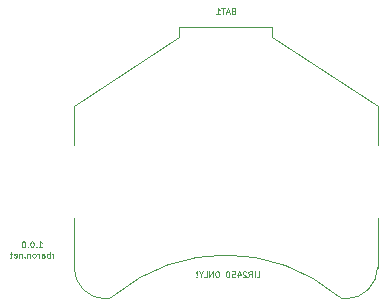
<source format=gbr>
G04 #@! TF.GenerationSoftware,KiCad,Pcbnew,(5.1.2-1)-1*
G04 #@! TF.CreationDate,2021-02-06T10:00:37+01:00*
G04 #@! TF.ProjectId,lir2450-charger,6c697232-3435-4302-9d63-686172676572,1.0.0*
G04 #@! TF.SameCoordinates,Original*
G04 #@! TF.FileFunction,Legend,Bot*
G04 #@! TF.FilePolarity,Positive*
%FSLAX46Y46*%
G04 Gerber Fmt 4.6, Leading zero omitted, Abs format (unit mm)*
G04 Created by KiCad (PCBNEW (5.1.2-1)-1) date 2021-02-06 10:00:37*
%MOMM*%
%LPD*%
G04 APERTURE LIST*
%ADD10C,0.125000*%
%ADD11C,0.120000*%
%ADD12C,0.150000*%
G04 APERTURE END LIST*
D10*
X57171428Y-50488690D02*
X57457142Y-50488690D01*
X57314285Y-50488690D02*
X57314285Y-49988690D01*
X57361904Y-50060119D01*
X57409523Y-50107738D01*
X57457142Y-50131547D01*
X56957142Y-50441071D02*
X56933333Y-50464880D01*
X56957142Y-50488690D01*
X56980952Y-50464880D01*
X56957142Y-50441071D01*
X56957142Y-50488690D01*
X56623809Y-49988690D02*
X56576190Y-49988690D01*
X56528571Y-50012500D01*
X56504761Y-50036309D01*
X56480952Y-50083928D01*
X56457142Y-50179166D01*
X56457142Y-50298214D01*
X56480952Y-50393452D01*
X56504761Y-50441071D01*
X56528571Y-50464880D01*
X56576190Y-50488690D01*
X56623809Y-50488690D01*
X56671428Y-50464880D01*
X56695238Y-50441071D01*
X56719047Y-50393452D01*
X56742857Y-50298214D01*
X56742857Y-50179166D01*
X56719047Y-50083928D01*
X56695238Y-50036309D01*
X56671428Y-50012500D01*
X56623809Y-49988690D01*
X56242857Y-50441071D02*
X56219047Y-50464880D01*
X56242857Y-50488690D01*
X56266666Y-50464880D01*
X56242857Y-50441071D01*
X56242857Y-50488690D01*
X55909523Y-49988690D02*
X55861904Y-49988690D01*
X55814285Y-50012500D01*
X55790476Y-50036309D01*
X55766666Y-50083928D01*
X55742857Y-50179166D01*
X55742857Y-50298214D01*
X55766666Y-50393452D01*
X55790476Y-50441071D01*
X55814285Y-50464880D01*
X55861904Y-50488690D01*
X55909523Y-50488690D01*
X55957142Y-50464880D01*
X55980952Y-50441071D01*
X56004761Y-50393452D01*
X56028571Y-50298214D01*
X56028571Y-50179166D01*
X56004761Y-50083928D01*
X55980952Y-50036309D01*
X55957142Y-50012500D01*
X55909523Y-49988690D01*
X58397619Y-51363690D02*
X58397619Y-51030357D01*
X58397619Y-51125595D02*
X58373809Y-51077976D01*
X58350000Y-51054166D01*
X58302380Y-51030357D01*
X58254761Y-51030357D01*
X58088095Y-51363690D02*
X58088095Y-50863690D01*
X58088095Y-51054166D02*
X58040476Y-51030357D01*
X57945238Y-51030357D01*
X57897619Y-51054166D01*
X57873809Y-51077976D01*
X57850000Y-51125595D01*
X57850000Y-51268452D01*
X57873809Y-51316071D01*
X57897619Y-51339880D01*
X57945238Y-51363690D01*
X58040476Y-51363690D01*
X58088095Y-51339880D01*
X57421428Y-51363690D02*
X57421428Y-51101785D01*
X57445238Y-51054166D01*
X57492857Y-51030357D01*
X57588095Y-51030357D01*
X57635714Y-51054166D01*
X57421428Y-51339880D02*
X57469047Y-51363690D01*
X57588095Y-51363690D01*
X57635714Y-51339880D01*
X57659523Y-51292261D01*
X57659523Y-51244642D01*
X57635714Y-51197023D01*
X57588095Y-51173214D01*
X57469047Y-51173214D01*
X57421428Y-51149404D01*
X57183333Y-51363690D02*
X57183333Y-51030357D01*
X57183333Y-51125595D02*
X57159523Y-51077976D01*
X57135714Y-51054166D01*
X57088095Y-51030357D01*
X57040476Y-51030357D01*
X56802380Y-51363690D02*
X56850000Y-51339880D01*
X56873809Y-51316071D01*
X56897619Y-51268452D01*
X56897619Y-51125595D01*
X56873809Y-51077976D01*
X56850000Y-51054166D01*
X56802380Y-51030357D01*
X56730952Y-51030357D01*
X56683333Y-51054166D01*
X56659523Y-51077976D01*
X56635714Y-51125595D01*
X56635714Y-51268452D01*
X56659523Y-51316071D01*
X56683333Y-51339880D01*
X56730952Y-51363690D01*
X56802380Y-51363690D01*
X56421428Y-51030357D02*
X56421428Y-51363690D01*
X56421428Y-51077976D02*
X56397619Y-51054166D01*
X56350000Y-51030357D01*
X56278571Y-51030357D01*
X56230952Y-51054166D01*
X56207142Y-51101785D01*
X56207142Y-51363690D01*
X55969047Y-51316071D02*
X55945238Y-51339880D01*
X55969047Y-51363690D01*
X55992857Y-51339880D01*
X55969047Y-51316071D01*
X55969047Y-51363690D01*
X55730952Y-51030357D02*
X55730952Y-51363690D01*
X55730952Y-51077976D02*
X55707142Y-51054166D01*
X55659523Y-51030357D01*
X55588095Y-51030357D01*
X55540476Y-51054166D01*
X55516666Y-51101785D01*
X55516666Y-51363690D01*
X55088095Y-51339880D02*
X55135714Y-51363690D01*
X55230952Y-51363690D01*
X55278571Y-51339880D01*
X55302380Y-51292261D01*
X55302380Y-51101785D01*
X55278571Y-51054166D01*
X55230952Y-51030357D01*
X55135714Y-51030357D01*
X55088095Y-51054166D01*
X55064285Y-51101785D01*
X55064285Y-51149404D01*
X55302380Y-51197023D01*
X54921428Y-51030357D02*
X54730952Y-51030357D01*
X54850000Y-50863690D02*
X54850000Y-51292261D01*
X54826190Y-51339880D01*
X54778571Y-51363690D01*
X54730952Y-51363690D01*
X75616666Y-53026190D02*
X75854761Y-53026190D01*
X75854761Y-52526190D01*
X75450000Y-53026190D02*
X75450000Y-52526190D01*
X74926190Y-53026190D02*
X75092857Y-52788095D01*
X75211904Y-53026190D02*
X75211904Y-52526190D01*
X75021428Y-52526190D01*
X74973809Y-52550000D01*
X74950000Y-52573809D01*
X74926190Y-52621428D01*
X74926190Y-52692857D01*
X74950000Y-52740476D01*
X74973809Y-52764285D01*
X75021428Y-52788095D01*
X75211904Y-52788095D01*
X74735714Y-52573809D02*
X74711904Y-52550000D01*
X74664285Y-52526190D01*
X74545238Y-52526190D01*
X74497619Y-52550000D01*
X74473809Y-52573809D01*
X74450000Y-52621428D01*
X74450000Y-52669047D01*
X74473809Y-52740476D01*
X74759523Y-53026190D01*
X74450000Y-53026190D01*
X74021428Y-52692857D02*
X74021428Y-53026190D01*
X74140476Y-52502380D02*
X74259523Y-52859523D01*
X73950000Y-52859523D01*
X73521428Y-52526190D02*
X73759523Y-52526190D01*
X73783333Y-52764285D01*
X73759523Y-52740476D01*
X73711904Y-52716666D01*
X73592857Y-52716666D01*
X73545238Y-52740476D01*
X73521428Y-52764285D01*
X73497619Y-52811904D01*
X73497619Y-52930952D01*
X73521428Y-52978571D01*
X73545238Y-53002380D01*
X73592857Y-53026190D01*
X73711904Y-53026190D01*
X73759523Y-53002380D01*
X73783333Y-52978571D01*
X73188095Y-52526190D02*
X73140476Y-52526190D01*
X73092857Y-52550000D01*
X73069047Y-52573809D01*
X73045238Y-52621428D01*
X73021428Y-52716666D01*
X73021428Y-52835714D01*
X73045238Y-52930952D01*
X73069047Y-52978571D01*
X73092857Y-53002380D01*
X73140476Y-53026190D01*
X73188095Y-53026190D01*
X73235714Y-53002380D01*
X73259523Y-52978571D01*
X73283333Y-52930952D01*
X73307142Y-52835714D01*
X73307142Y-52716666D01*
X73283333Y-52621428D01*
X73259523Y-52573809D01*
X73235714Y-52550000D01*
X73188095Y-52526190D01*
X72330952Y-52526190D02*
X72235714Y-52526190D01*
X72188095Y-52550000D01*
X72140476Y-52597619D01*
X72116666Y-52692857D01*
X72116666Y-52859523D01*
X72140476Y-52954761D01*
X72188095Y-53002380D01*
X72235714Y-53026190D01*
X72330952Y-53026190D01*
X72378571Y-53002380D01*
X72426190Y-52954761D01*
X72450000Y-52859523D01*
X72450000Y-52692857D01*
X72426190Y-52597619D01*
X72378571Y-52550000D01*
X72330952Y-52526190D01*
X71902380Y-53026190D02*
X71902380Y-52526190D01*
X71616666Y-53026190D01*
X71616666Y-52526190D01*
X71140476Y-53026190D02*
X71378571Y-53026190D01*
X71378571Y-52526190D01*
X70878571Y-52788095D02*
X70878571Y-53026190D01*
X71045238Y-52526190D02*
X70878571Y-52788095D01*
X70711904Y-52526190D01*
X70545238Y-52978571D02*
X70521428Y-53002380D01*
X70545238Y-53026190D01*
X70569047Y-53002380D01*
X70545238Y-52978571D01*
X70545238Y-53026190D01*
X70545238Y-52835714D02*
X70569047Y-52550000D01*
X70545238Y-52526190D01*
X70521428Y-52550000D01*
X70545238Y-52835714D01*
X70545238Y-52526190D01*
D11*
X85850000Y-38520000D02*
X85850000Y-41820000D01*
X76950000Y-32670000D02*
X85850000Y-38520000D01*
X76950000Y-31870000D02*
X76950000Y-32670000D01*
X76950000Y-31870000D02*
X69050000Y-31870000D01*
X69050000Y-31870000D02*
X69050000Y-32670000D01*
X69050000Y-32670000D02*
X60150000Y-38520000D01*
X60150000Y-38520000D02*
X60150000Y-41820000D01*
X85850000Y-48020000D02*
X85850000Y-52220000D01*
X60150000Y-48020000D02*
X60150000Y-52220000D01*
X60150000Y-52170000D02*
G75*
G03X62850000Y-54870000I2700000J0D01*
G01*
X85850000Y-52170000D02*
G75*
G02X83150000Y-54870000I-2700000J0D01*
G01*
X82478249Y-54591751D02*
G75*
G03X83150000Y-54870000I671751J671751D01*
G01*
X63521751Y-54591751D02*
G75*
G02X62850000Y-54870000I-671751J671751D01*
G01*
X63559556Y-54558071D02*
G75*
G02X82550000Y-54650000I9440444J-11361929D01*
G01*
D10*
X73607142Y-30484285D02*
X73535714Y-30508095D01*
X73511904Y-30531904D01*
X73488095Y-30579523D01*
X73488095Y-30650952D01*
X73511904Y-30698571D01*
X73535714Y-30722380D01*
X73583333Y-30746190D01*
X73773809Y-30746190D01*
X73773809Y-30246190D01*
X73607142Y-30246190D01*
X73559523Y-30270000D01*
X73535714Y-30293809D01*
X73511904Y-30341428D01*
X73511904Y-30389047D01*
X73535714Y-30436666D01*
X73559523Y-30460476D01*
X73607142Y-30484285D01*
X73773809Y-30484285D01*
X73297619Y-30603333D02*
X73059523Y-30603333D01*
X73345238Y-30746190D02*
X73178571Y-30246190D01*
X73011904Y-30746190D01*
X72916666Y-30246190D02*
X72630952Y-30246190D01*
X72773809Y-30746190D02*
X72773809Y-30246190D01*
X72202380Y-30746190D02*
X72488095Y-30746190D01*
X72345238Y-30746190D02*
X72345238Y-30246190D01*
X72392857Y-30317619D01*
X72440476Y-30365238D01*
X72488095Y-30389047D01*
D12*
M02*

</source>
